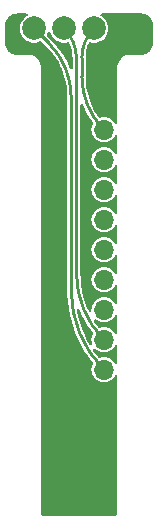
<source format=gbr>
%TF.GenerationSoftware,KiCad,Pcbnew,7.0.4*%
%TF.CreationDate,2023-06-28T13:03:42+02:00*%
%TF.ProjectId,pcb,7063622e-6b69-4636-9164-5f7063625858,rev?*%
%TF.SameCoordinates,Original*%
%TF.FileFunction,Copper,L2,Bot*%
%TF.FilePolarity,Positive*%
%FSLAX46Y46*%
G04 Gerber Fmt 4.6, Leading zero omitted, Abs format (unit mm)*
G04 Created by KiCad (PCBNEW 7.0.4) date 2023-06-28 13:03:42*
%MOMM*%
%LPD*%
G01*
G04 APERTURE LIST*
G04 Aperture macros list*
%AMRoundRect*
0 Rectangle with rounded corners*
0 $1 Rounding radius*
0 $2 $3 $4 $5 $6 $7 $8 $9 X,Y pos of 4 corners*
0 Add a 4 corners polygon primitive as box body*
4,1,4,$2,$3,$4,$5,$6,$7,$8,$9,$2,$3,0*
0 Add four circle primitives for the rounded corners*
1,1,$1+$1,$2,$3*
1,1,$1+$1,$4,$5*
1,1,$1+$1,$6,$7*
1,1,$1+$1,$8,$9*
0 Add four rect primitives between the rounded corners*
20,1,$1+$1,$2,$3,$4,$5,0*
20,1,$1+$1,$4,$5,$6,$7,0*
20,1,$1+$1,$6,$7,$8,$9,0*
20,1,$1+$1,$8,$9,$2,$3,0*%
G04 Aperture macros list end*
%TA.AperFunction,ComponentPad*%
%ADD10RoundRect,0.425000X0.425000X0.425000X-0.425000X0.425000X-0.425000X-0.425000X0.425000X-0.425000X0*%
%TD*%
%TA.AperFunction,ComponentPad*%
%ADD11O,1.700000X1.700000*%
%TD*%
%TA.AperFunction,ComponentPad*%
%ADD12RoundRect,0.500000X0.500000X-0.500000X0.500000X0.500000X-0.500000X0.500000X-0.500000X-0.500000X0*%
%TD*%
%TA.AperFunction,ComponentPad*%
%ADD13C,2.000000*%
%TD*%
%TA.AperFunction,ViaPad*%
%ADD14C,0.800000*%
%TD*%
%TA.AperFunction,Conductor*%
%ADD15C,0.250000*%
%TD*%
G04 APERTURE END LIST*
D10*
%TO.P,J3,1,Pin_1*%
%TO.N,GND*%
X138250000Y-89675000D03*
D11*
%TO.P,J3,2,Pin_2*%
%TO.N,/i2c_sda*%
X138250000Y-87135000D03*
%TO.P,J3,3,Pin_3*%
%TO.N,/i2c_scl*%
X138250000Y-84595000D03*
%TO.P,J3,4,Pin_4*%
%TO.N,/spi_cs*%
X138250000Y-82055000D03*
%TO.P,J3,5,Pin_5*%
%TO.N,/spi_dc*%
X138250000Y-79515000D03*
%TO.P,J3,6,Pin_6*%
%TO.N,/spi_sdo*%
X138250000Y-76975000D03*
%TO.P,J3,7,Pin_7*%
%TO.N,/spi_sdi*%
X138250000Y-74435000D03*
%TO.P,J3,8,Pin_8*%
%TO.N,/spi_rst*%
X138250000Y-71895000D03*
%TO.P,J3,9,Pin_9*%
%TO.N,/misc*%
X138250000Y-69355000D03*
%TO.P,J3,10,Pin_10*%
%TO.N,VCC*%
X138250000Y-66815000D03*
%TD*%
D12*
%TO.P,J2,1,Pin_1*%
%TO.N,GND*%
X139954000Y-58250000D03*
D13*
%TO.P,J2,2,Pin_2*%
%TO.N,VCC*%
X137414000Y-58250000D03*
%TO.P,J2,3,Pin_3*%
%TO.N,/i2c_scl*%
X134874000Y-58250000D03*
%TO.P,J2,4,Pin_4*%
%TO.N,/i2c_sda*%
X132334000Y-58250000D03*
%TD*%
D14*
%TO.N,GND*%
X138250000Y-63000000D03*
X134000000Y-63000000D03*
%TD*%
D15*
%TO.N,VCC*%
X136375000Y-62288330D02*
X136375000Y-60758332D01*
X137413980Y-58249980D02*
G75*
G03*
X136375000Y-60758332I2508320J-2508320D01*
G01*
X136374980Y-62288330D02*
G75*
G03*
X138250000Y-66815000I6401720J30D01*
G01*
%TO.N,/i2c_scl*%
X135925000Y-78981955D02*
X135925000Y-60787252D01*
X135925042Y-60787252D02*
G75*
G03*
X134874000Y-58250000I-3588142J-48D01*
G01*
X135925020Y-78981955D02*
G75*
G03*
X138250001Y-84594999I7937980J-45D01*
G01*
%TO.N,/i2c_sda*%
X132334000Y-58250000D02*
X133600782Y-59516814D01*
X135475000Y-80435570D02*
X135475000Y-64041659D01*
X135475023Y-64041659D02*
G75*
G03*
X133600782Y-59516814I-6399223J-41D01*
G01*
X135475018Y-80435570D02*
G75*
G03*
X138250000Y-87135000I9474382J-30D01*
G01*
%TD*%
%TA.AperFunction,Conductor*%
%TO.N,GND*%
G36*
X131735092Y-57000185D02*
G01*
X131780847Y-57052989D01*
X131790791Y-57122147D01*
X131761766Y-57185703D01*
X131733330Y-57209927D01*
X131607439Y-57287874D01*
X131607437Y-57287876D01*
X131443020Y-57437761D01*
X131308943Y-57615308D01*
X131308938Y-57615316D01*
X131209775Y-57814461D01*
X131209769Y-57814476D01*
X131148885Y-58028462D01*
X131148884Y-58028464D01*
X131128357Y-58249999D01*
X131128357Y-58250000D01*
X131148884Y-58471535D01*
X131148885Y-58471537D01*
X131209769Y-58685523D01*
X131209775Y-58685538D01*
X131308938Y-58884683D01*
X131308943Y-58884691D01*
X131443020Y-59062238D01*
X131607437Y-59212123D01*
X131607439Y-59212125D01*
X131796595Y-59329245D01*
X131796596Y-59329245D01*
X131796599Y-59329247D01*
X132004060Y-59409618D01*
X132222757Y-59450500D01*
X132222759Y-59450500D01*
X132445241Y-59450500D01*
X132445243Y-59450500D01*
X132663940Y-59409618D01*
X132854801Y-59335677D01*
X132924422Y-59329815D01*
X132986162Y-59362525D01*
X132987275Y-59363624D01*
X133353449Y-59729807D01*
X133353451Y-59729810D01*
X133369836Y-59746196D01*
X133371372Y-59747787D01*
X133664546Y-60062684D01*
X133667443Y-60066028D01*
X133936710Y-60400174D01*
X133939348Y-60403698D01*
X133981519Y-60464436D01*
X134184098Y-60756210D01*
X134186490Y-60759931D01*
X134405470Y-61129008D01*
X134407579Y-61132870D01*
X134550424Y-61418240D01*
X134599667Y-61516616D01*
X134601506Y-61520643D01*
X134765730Y-61917119D01*
X134767277Y-61921267D01*
X134902793Y-62328428D01*
X134904040Y-62332675D01*
X135010171Y-62748487D01*
X135011109Y-62752800D01*
X135087306Y-63175129D01*
X135087936Y-63179511D01*
X135133808Y-63606167D01*
X135134124Y-63610583D01*
X135149460Y-64039911D01*
X135149500Y-64042124D01*
X135149500Y-80466422D01*
X135149517Y-80466830D01*
X135149517Y-80731699D01*
X135185274Y-81322859D01*
X135256661Y-81910792D01*
X135363412Y-82493324D01*
X135363413Y-82493327D01*
X135505145Y-83068361D01*
X135505150Y-83068377D01*
X135681336Y-83633782D01*
X135681339Y-83633791D01*
X135713016Y-83717317D01*
X135891346Y-84187539D01*
X136116996Y-84688916D01*
X136134415Y-84727618D01*
X136371385Y-85179129D01*
X136409649Y-85252034D01*
X136687524Y-85711695D01*
X136716035Y-85758858D01*
X137052468Y-86246266D01*
X137052472Y-86246271D01*
X137288790Y-86547909D01*
X137314639Y-86612821D01*
X137301290Y-86681404D01*
X137300537Y-86682836D01*
X137274769Y-86731042D01*
X137214699Y-86929067D01*
X137194417Y-87135000D01*
X137214699Y-87340932D01*
X137214700Y-87340934D01*
X137274768Y-87538954D01*
X137372315Y-87721450D01*
X137372317Y-87721452D01*
X137503589Y-87881410D01*
X137600209Y-87960702D01*
X137663550Y-88012685D01*
X137846046Y-88110232D01*
X138044066Y-88170300D01*
X138044065Y-88170300D01*
X138062529Y-88172118D01*
X138250000Y-88190583D01*
X138455934Y-88170300D01*
X138653954Y-88110232D01*
X138836450Y-88012685D01*
X138996410Y-87881410D01*
X139127685Y-87721450D01*
X139160162Y-87660689D01*
X139209123Y-87610847D01*
X139277261Y-87595387D01*
X139342941Y-87619219D01*
X139385310Y-87674777D01*
X139393519Y-87719145D01*
X139393500Y-93519900D01*
X139393500Y-99210242D01*
X139391973Y-99229641D01*
X139381913Y-99293154D01*
X139369925Y-99330049D01*
X139345217Y-99378542D01*
X139322413Y-99409929D01*
X139283929Y-99448413D01*
X139252542Y-99471217D01*
X139204049Y-99495925D01*
X139167154Y-99507913D01*
X139129734Y-99513840D01*
X139103639Y-99517973D01*
X139084243Y-99519500D01*
X133203757Y-99519500D01*
X133184360Y-99517973D01*
X133143549Y-99511509D01*
X133120845Y-99507913D01*
X133083950Y-99495925D01*
X133035457Y-99471217D01*
X133004070Y-99448413D01*
X132965586Y-99409929D01*
X132942782Y-99378542D01*
X132918073Y-99330046D01*
X132906086Y-99293152D01*
X132896027Y-99229639D01*
X132894500Y-99210242D01*
X132894500Y-93519901D01*
X132894500Y-93519900D01*
X132894606Y-61505669D01*
X132894604Y-61505666D01*
X132894605Y-61493910D01*
X132894532Y-61493166D01*
X132894537Y-61418238D01*
X132864149Y-61245836D01*
X132838155Y-61174405D01*
X132804286Y-61081335D01*
X132804283Y-61081330D01*
X132774478Y-61029701D01*
X132716761Y-60929720D01*
X132604240Y-60795612D01*
X132470141Y-60683081D01*
X132318537Y-60595548D01*
X132154034Y-60535669D01*
X132042436Y-60515990D01*
X131981636Y-60505269D01*
X131981633Y-60505268D01*
X131894205Y-60505268D01*
X130896812Y-60505268D01*
X130891410Y-60505032D01*
X130846678Y-60501118D01*
X130731354Y-60491029D01*
X130710067Y-60487276D01*
X130562738Y-60447799D01*
X130542427Y-60440406D01*
X130404190Y-60375945D01*
X130385477Y-60365141D01*
X130260533Y-60277652D01*
X130243975Y-60263759D01*
X130136113Y-60155894D01*
X130122234Y-60139352D01*
X130034744Y-60014398D01*
X130023942Y-59995687D01*
X129959484Y-59857448D01*
X129952091Y-59837137D01*
X129912616Y-59689797D01*
X129908866Y-59668529D01*
X129894841Y-59508168D01*
X129894606Y-59502766D01*
X129894606Y-57982707D01*
X129894842Y-57977301D01*
X129902264Y-57892468D01*
X129908845Y-57817242D01*
X129912596Y-57795968D01*
X129952076Y-57648625D01*
X129959468Y-57628319D01*
X130023929Y-57490082D01*
X130034735Y-57471366D01*
X130122229Y-57346412D01*
X130136113Y-57329867D01*
X130243973Y-57222007D01*
X130260519Y-57208123D01*
X130385478Y-57120627D01*
X130404181Y-57109829D01*
X130542429Y-57045363D01*
X130562725Y-57037976D01*
X130710075Y-56998495D01*
X130731345Y-56994745D01*
X130839438Y-56985288D01*
X130891480Y-56980736D01*
X130896886Y-56980500D01*
X131668053Y-56980500D01*
X131735092Y-57000185D01*
G37*
%TD.AperFunction*%
%TA.AperFunction,Conductor*%
G36*
X141396801Y-56980735D02*
G01*
X141556858Y-56994740D01*
X141578142Y-56998493D01*
X141584457Y-57000185D01*
X141725479Y-57037972D01*
X141745777Y-57045360D01*
X141884021Y-57109825D01*
X141902738Y-57120632D01*
X142027681Y-57208118D01*
X142044240Y-57222012D01*
X142152094Y-57329867D01*
X142165987Y-57346425D01*
X142206263Y-57403946D01*
X142253470Y-57471364D01*
X142264277Y-57490083D01*
X142328737Y-57628320D01*
X142336130Y-57648630D01*
X142375607Y-57795960D01*
X142379360Y-57817246D01*
X142385941Y-57892465D01*
X142392438Y-57966721D01*
X142393370Y-57977366D01*
X142393606Y-57982773D01*
X142393606Y-59503065D01*
X142393370Y-59508462D01*
X142391640Y-59528249D01*
X142379371Y-59668523D01*
X142375619Y-59689810D01*
X142336143Y-59837151D01*
X142328751Y-59857461D01*
X142264294Y-59995700D01*
X142253486Y-60014421D01*
X142166001Y-60139367D01*
X142152109Y-60155924D01*
X142044258Y-60263781D01*
X142027698Y-60277676D01*
X141902752Y-60365166D01*
X141884034Y-60375973D01*
X141745789Y-60440440D01*
X141725478Y-60447833D01*
X141578152Y-60487311D01*
X141556865Y-60491065D01*
X141447082Y-60500670D01*
X141397232Y-60505032D01*
X141391830Y-60505268D01*
X140382430Y-60505268D01*
X140382041Y-60505305D01*
X140306573Y-60505305D01*
X140134171Y-60535703D01*
X140134170Y-60535703D01*
X139969674Y-60595572D01*
X139969665Y-60595577D01*
X139818059Y-60683103D01*
X139683957Y-60795626D01*
X139683952Y-60795630D01*
X139571425Y-60929728D01*
X139483891Y-61081335D01*
X139424013Y-61245833D01*
X139393607Y-61418240D01*
X139393606Y-61505670D01*
X139393590Y-66230987D01*
X139373905Y-66298027D01*
X139321101Y-66343782D01*
X139251943Y-66353725D01*
X139188387Y-66324700D01*
X139160232Y-66289441D01*
X139149456Y-66269281D01*
X139127685Y-66228550D01*
X139075702Y-66165209D01*
X138996410Y-66068589D01*
X138836452Y-65937317D01*
X138836453Y-65937317D01*
X138836450Y-65937315D01*
X138653954Y-65839768D01*
X138455934Y-65779700D01*
X138455932Y-65779699D01*
X138455934Y-65779699D01*
X138250000Y-65759417D01*
X138044066Y-65779699D01*
X138044064Y-65779700D01*
X137935711Y-65812567D01*
X137865844Y-65813190D01*
X137806732Y-65775940D01*
X137797862Y-65764626D01*
X137666319Y-65575169D01*
X137663937Y-65571460D01*
X137444863Y-65202233D01*
X137442741Y-65198347D01*
X137250571Y-64814442D01*
X137248732Y-64810415D01*
X137084438Y-64413776D01*
X137082891Y-64409628D01*
X136947316Y-64002293D01*
X136946072Y-63998058D01*
X136839890Y-63582049D01*
X136838952Y-63577737D01*
X136762719Y-63155218D01*
X136762094Y-63150871D01*
X136716199Y-62723993D01*
X136715884Y-62719591D01*
X136700540Y-62289992D01*
X136700500Y-62287779D01*
X136700500Y-60759857D01*
X136700575Y-60756815D01*
X136715862Y-60445575D01*
X136716456Y-60439529D01*
X136761955Y-60132793D01*
X136763139Y-60126834D01*
X136838490Y-59826008D01*
X136840244Y-59820225D01*
X136934467Y-59556889D01*
X136944714Y-59528249D01*
X136947036Y-59522639D01*
X136966395Y-59481708D01*
X137012851Y-59429521D01*
X137080148Y-59410735D01*
X137101261Y-59412833D01*
X137302757Y-59450500D01*
X137302760Y-59450500D01*
X137525241Y-59450500D01*
X137525243Y-59450500D01*
X137743940Y-59409618D01*
X137951401Y-59329247D01*
X138140562Y-59212124D01*
X138304981Y-59062236D01*
X138439058Y-58884689D01*
X138538229Y-58685528D01*
X138599115Y-58471536D01*
X138619643Y-58250000D01*
X138599115Y-58028464D01*
X138538229Y-57814472D01*
X138534229Y-57806439D01*
X138439061Y-57615316D01*
X138439056Y-57615308D01*
X138304979Y-57437761D01*
X138140562Y-57287876D01*
X138140560Y-57287874D01*
X138014670Y-57209927D01*
X137968034Y-57157899D01*
X137956930Y-57088918D01*
X137984883Y-57024883D01*
X138043018Y-56986127D01*
X138079947Y-56980500D01*
X141391398Y-56980500D01*
X141396801Y-56980735D01*
G37*
%TD.AperFunction*%
%TD*%
%TA.AperFunction,NonConductor*%
G36*
X133654562Y-58513083D02*
G01*
X133707749Y-58558393D01*
X133723266Y-58592372D01*
X133749769Y-58685523D01*
X133749775Y-58685538D01*
X133848938Y-58884683D01*
X133848943Y-58884691D01*
X133983020Y-59062238D01*
X134147437Y-59212123D01*
X134147439Y-59212125D01*
X134336595Y-59329245D01*
X134336596Y-59329245D01*
X134336599Y-59329247D01*
X134544060Y-59409618D01*
X134762757Y-59450500D01*
X134762759Y-59450500D01*
X134985241Y-59450500D01*
X134985243Y-59450500D01*
X135189126Y-59412387D01*
X135258639Y-59419418D01*
X135313317Y-59462915D01*
X135324002Y-59481255D01*
X135349857Y-59535917D01*
X135352180Y-59541527D01*
X135370708Y-59593303D01*
X135458004Y-59837261D01*
X135459771Y-59843087D01*
X135536096Y-60147762D01*
X135537284Y-60153733D01*
X135583378Y-60464436D01*
X135583975Y-60470495D01*
X135599425Y-60784889D01*
X135599500Y-60787933D01*
X135599500Y-61602176D01*
X135579815Y-61669215D01*
X135527011Y-61714970D01*
X135457853Y-61724914D01*
X135394297Y-61695889D01*
X135359318Y-61645509D01*
X135292601Y-61466632D01*
X135093063Y-61029701D01*
X135093058Y-61029691D01*
X134862872Y-60608131D01*
X134862861Y-60608114D01*
X134836168Y-60566579D01*
X134603175Y-60204030D01*
X134315322Y-59819498D01*
X134000771Y-59456480D01*
X133830948Y-59286653D01*
X133830947Y-59286652D01*
X133830947Y-59286651D01*
X133794494Y-59250199D01*
X133603955Y-59059655D01*
X133445390Y-58901086D01*
X133411906Y-58839764D01*
X133416892Y-58770072D01*
X133422066Y-58758150D01*
X133458229Y-58685528D01*
X133484734Y-58592371D01*
X133522013Y-58533278D01*
X133585323Y-58503721D01*
X133654562Y-58513083D01*
G37*
%TD.AperFunction*%
%TA.AperFunction,NonConductor*%
G36*
X136455703Y-64634550D02*
G01*
X136490680Y-64684926D01*
X136557603Y-64864352D01*
X136557606Y-64864360D01*
X136757218Y-65301447D01*
X136987510Y-65723193D01*
X136987518Y-65723206D01*
X137247289Y-66127418D01*
X137247305Y-66127442D01*
X137304479Y-66203817D01*
X137328896Y-66269281D01*
X137314570Y-66336580D01*
X137274771Y-66411038D01*
X137274770Y-66411041D01*
X137214699Y-66609067D01*
X137194417Y-66815000D01*
X137214699Y-67020932D01*
X137214700Y-67020934D01*
X137274768Y-67218954D01*
X137372315Y-67401450D01*
X137372316Y-67401451D01*
X137372317Y-67401452D01*
X137503589Y-67561410D01*
X137600209Y-67640702D01*
X137663550Y-67692685D01*
X137846046Y-67790232D01*
X138044066Y-67850300D01*
X138044065Y-67850300D01*
X138064348Y-67852297D01*
X138250000Y-67870583D01*
X138455934Y-67850300D01*
X138653954Y-67790232D01*
X138836450Y-67692685D01*
X138996410Y-67561410D01*
X139127685Y-67401450D01*
X139160229Y-67340564D01*
X139209190Y-67290722D01*
X139277328Y-67275261D01*
X139343007Y-67299093D01*
X139385376Y-67354650D01*
X139393586Y-67399019D01*
X139393581Y-68770972D01*
X139373896Y-68838012D01*
X139321092Y-68883767D01*
X139251934Y-68893710D01*
X139188378Y-68864685D01*
X139160224Y-68829427D01*
X139127685Y-68768550D01*
X139127684Y-68768548D01*
X138996410Y-68608589D01*
X138836452Y-68477317D01*
X138836453Y-68477317D01*
X138836450Y-68477315D01*
X138653954Y-68379768D01*
X138455934Y-68319700D01*
X138455932Y-68319699D01*
X138455934Y-68319699D01*
X138268463Y-68301235D01*
X138250000Y-68299417D01*
X138249999Y-68299417D01*
X138044067Y-68319699D01*
X137846043Y-68379769D01*
X137735898Y-68438643D01*
X137663550Y-68477315D01*
X137663548Y-68477316D01*
X137663547Y-68477317D01*
X137503589Y-68608589D01*
X137372317Y-68768547D01*
X137372316Y-68768548D01*
X137372315Y-68768550D01*
X137339776Y-68829425D01*
X137274769Y-68951043D01*
X137214699Y-69149067D01*
X137194417Y-69354999D01*
X137214699Y-69560932D01*
X137214700Y-69560934D01*
X137274768Y-69758954D01*
X137372315Y-69941450D01*
X137372317Y-69941452D01*
X137503589Y-70101410D01*
X137600209Y-70180702D01*
X137663550Y-70232685D01*
X137846046Y-70330232D01*
X138044066Y-70390300D01*
X138044065Y-70390300D01*
X138062529Y-70392118D01*
X138250000Y-70410583D01*
X138455934Y-70390300D01*
X138653954Y-70330232D01*
X138836450Y-70232685D01*
X138996410Y-70101410D01*
X139127685Y-69941450D01*
X139160220Y-69880580D01*
X139209183Y-69830737D01*
X139277320Y-69815277D01*
X139343000Y-69839109D01*
X139385369Y-69894667D01*
X139393578Y-69939035D01*
X139393573Y-71310956D01*
X139373888Y-71377996D01*
X139321084Y-71423751D01*
X139251926Y-71433694D01*
X139188370Y-71404669D01*
X139160216Y-71369412D01*
X139127685Y-71308550D01*
X139075702Y-71245209D01*
X138996410Y-71148589D01*
X138836452Y-71017317D01*
X138836453Y-71017317D01*
X138836450Y-71017315D01*
X138653954Y-70919768D01*
X138455934Y-70859700D01*
X138455932Y-70859699D01*
X138455934Y-70859699D01*
X138250000Y-70839417D01*
X138044067Y-70859699D01*
X137846043Y-70919769D01*
X137735898Y-70978643D01*
X137663550Y-71017315D01*
X137663548Y-71017316D01*
X137663547Y-71017317D01*
X137503589Y-71148589D01*
X137372317Y-71308547D01*
X137274769Y-71491043D01*
X137214699Y-71689067D01*
X137194417Y-71894999D01*
X137214699Y-72100932D01*
X137214700Y-72100934D01*
X137274768Y-72298954D01*
X137372315Y-72481450D01*
X137406969Y-72523677D01*
X137503589Y-72641410D01*
X137600209Y-72720702D01*
X137663550Y-72772685D01*
X137846046Y-72870232D01*
X138044066Y-72930300D01*
X138044065Y-72930300D01*
X138064347Y-72932297D01*
X138250000Y-72950583D01*
X138455934Y-72930300D01*
X138653954Y-72870232D01*
X138836450Y-72772685D01*
X138996410Y-72641410D01*
X139127685Y-72481450D01*
X139160214Y-72420592D01*
X139209173Y-72370753D01*
X139277310Y-72355292D01*
X139342990Y-72379123D01*
X139385359Y-72434681D01*
X139393569Y-72479050D01*
X139393565Y-73850940D01*
X139373880Y-73917980D01*
X139321076Y-73963735D01*
X139251918Y-73973678D01*
X139188362Y-73944653D01*
X139160207Y-73909394D01*
X139127685Y-73848550D01*
X139075702Y-73785209D01*
X138996410Y-73688589D01*
X138836452Y-73557317D01*
X138836453Y-73557317D01*
X138836450Y-73557315D01*
X138653954Y-73459768D01*
X138455934Y-73399700D01*
X138455932Y-73399699D01*
X138455934Y-73399699D01*
X138268463Y-73381235D01*
X138250000Y-73379417D01*
X138249999Y-73379417D01*
X138044067Y-73399699D01*
X137846043Y-73459769D01*
X137735898Y-73518643D01*
X137663550Y-73557315D01*
X137663548Y-73557316D01*
X137663547Y-73557317D01*
X137503589Y-73688589D01*
X137372317Y-73848547D01*
X137274769Y-74031043D01*
X137214699Y-74229067D01*
X137194417Y-74435000D01*
X137214699Y-74640932D01*
X137214700Y-74640934D01*
X137274768Y-74838954D01*
X137372315Y-75021450D01*
X137372316Y-75021451D01*
X137372317Y-75021452D01*
X137503589Y-75181410D01*
X137600209Y-75260702D01*
X137663550Y-75312685D01*
X137846046Y-75410232D01*
X138044066Y-75470300D01*
X138044065Y-75470300D01*
X138064347Y-75472297D01*
X138250000Y-75490583D01*
X138455934Y-75470300D01*
X138653954Y-75410232D01*
X138836450Y-75312685D01*
X138996410Y-75181410D01*
X139127685Y-75021450D01*
X139160203Y-74960612D01*
X139209165Y-74910769D01*
X139277303Y-74895308D01*
X139342983Y-74919140D01*
X139385351Y-74974697D01*
X139393561Y-75019066D01*
X139393556Y-76390925D01*
X139373871Y-76457965D01*
X139321067Y-76503720D01*
X139251909Y-76513663D01*
X139188353Y-76484638D01*
X139160199Y-76449380D01*
X139131439Y-76395574D01*
X139127684Y-76388548D01*
X138996410Y-76228589D01*
X138836452Y-76097317D01*
X138836453Y-76097317D01*
X138836450Y-76097315D01*
X138653954Y-75999768D01*
X138455934Y-75939700D01*
X138455932Y-75939699D01*
X138455934Y-75939699D01*
X138268463Y-75921235D01*
X138250000Y-75919417D01*
X138249999Y-75919417D01*
X138044067Y-75939699D01*
X137846043Y-75999769D01*
X137735898Y-76058643D01*
X137663550Y-76097315D01*
X137663548Y-76097316D01*
X137663547Y-76097317D01*
X137503589Y-76228589D01*
X137372317Y-76388547D01*
X137372316Y-76388548D01*
X137372315Y-76388550D01*
X137335212Y-76457965D01*
X137274769Y-76571043D01*
X137214699Y-76769067D01*
X137194417Y-76975000D01*
X137214699Y-77180932D01*
X137214700Y-77180934D01*
X137274768Y-77378954D01*
X137372315Y-77561450D01*
X137406969Y-77603677D01*
X137503589Y-77721410D01*
X137600209Y-77800702D01*
X137663550Y-77852685D01*
X137846046Y-77950232D01*
X138044066Y-78010300D01*
X138044065Y-78010300D01*
X138062529Y-78012118D01*
X138250000Y-78030583D01*
X138455934Y-78010300D01*
X138653954Y-77950232D01*
X138836450Y-77852685D01*
X138996410Y-77721410D01*
X139127685Y-77561450D01*
X139160196Y-77500625D01*
X139209156Y-77450785D01*
X139277293Y-77435324D01*
X139342973Y-77459155D01*
X139385342Y-77514713D01*
X139393552Y-77559082D01*
X139393548Y-78930909D01*
X139373863Y-78997949D01*
X139321059Y-79043704D01*
X139251901Y-79053647D01*
X139188345Y-79024622D01*
X139160191Y-78989364D01*
X139127685Y-78928550D01*
X139075702Y-78865209D01*
X138996410Y-78768589D01*
X138836452Y-78637317D01*
X138836453Y-78637317D01*
X138836450Y-78637315D01*
X138653954Y-78539768D01*
X138455934Y-78479700D01*
X138455932Y-78479699D01*
X138455934Y-78479699D01*
X138250000Y-78459417D01*
X138044067Y-78479699D01*
X137846043Y-78539769D01*
X137735898Y-78598643D01*
X137663550Y-78637315D01*
X137663548Y-78637316D01*
X137663547Y-78637317D01*
X137503589Y-78768589D01*
X137372317Y-78928547D01*
X137372315Y-78928550D01*
X137335220Y-78997949D01*
X137274769Y-79111043D01*
X137214699Y-79309067D01*
X137194417Y-79514999D01*
X137214699Y-79720932D01*
X137214700Y-79720934D01*
X137274768Y-79918954D01*
X137372315Y-80101450D01*
X137406969Y-80143677D01*
X137503589Y-80261410D01*
X137600209Y-80340702D01*
X137663550Y-80392685D01*
X137846046Y-80490232D01*
X138044066Y-80550300D01*
X138044065Y-80550300D01*
X138064348Y-80552297D01*
X138250000Y-80570583D01*
X138455934Y-80550300D01*
X138653954Y-80490232D01*
X138836450Y-80392685D01*
X138996410Y-80261410D01*
X139127685Y-80101450D01*
X139160188Y-80040640D01*
X139209148Y-79990800D01*
X139277285Y-79975339D01*
X139342965Y-79999170D01*
X139385334Y-80054728D01*
X139393544Y-80099097D01*
X139393539Y-81470893D01*
X139373854Y-81537933D01*
X139321050Y-81583688D01*
X139251892Y-81593631D01*
X139188336Y-81564606D01*
X139160181Y-81529346D01*
X139127684Y-81468548D01*
X138996410Y-81308589D01*
X138836452Y-81177317D01*
X138836453Y-81177317D01*
X138836450Y-81177315D01*
X138653954Y-81079768D01*
X138455934Y-81019700D01*
X138455932Y-81019699D01*
X138455934Y-81019699D01*
X138268463Y-81001235D01*
X138250000Y-80999417D01*
X138249999Y-80999417D01*
X138044067Y-81019699D01*
X137846043Y-81079769D01*
X137735898Y-81138643D01*
X137663550Y-81177315D01*
X137663548Y-81177316D01*
X137663547Y-81177317D01*
X137503589Y-81308589D01*
X137372317Y-81468547D01*
X137274769Y-81651043D01*
X137214699Y-81849067D01*
X137208621Y-81910783D01*
X137194417Y-82055000D01*
X137196399Y-82075126D01*
X137201908Y-82131056D01*
X137188889Y-82199702D01*
X137140824Y-82250412D01*
X137072973Y-82267087D01*
X137006879Y-82244431D01*
X136965558Y-82194386D01*
X136830801Y-81896968D01*
X136829274Y-81893284D01*
X136655221Y-81430832D01*
X136653918Y-81426994D01*
X136510486Y-80954153D01*
X136509440Y-80950247D01*
X136397242Y-80469049D01*
X136396454Y-80465083D01*
X136315972Y-79977595D01*
X136315442Y-79973572D01*
X136310063Y-79918954D01*
X136267014Y-79481854D01*
X136266750Y-79477816D01*
X136250533Y-78982363D01*
X136250500Y-78980334D01*
X136250500Y-64728263D01*
X136270185Y-64661224D01*
X136322989Y-64615469D01*
X136392147Y-64605525D01*
X136455703Y-64634550D01*
G37*
%TD.AperFunction*%
%TA.AperFunction,NonConductor*%
G36*
X139342958Y-82539187D02*
G01*
X139385326Y-82594744D01*
X139393536Y-82639113D01*
X139393531Y-84010877D01*
X139373846Y-84077917D01*
X139321042Y-84123672D01*
X139251884Y-84133615D01*
X139188328Y-84104590D01*
X139160173Y-84069331D01*
X139127685Y-84008550D01*
X139075702Y-83945209D01*
X138996410Y-83848589D01*
X138836452Y-83717317D01*
X138836453Y-83717317D01*
X138836450Y-83717315D01*
X138653954Y-83619768D01*
X138455934Y-83559700D01*
X138455932Y-83559699D01*
X138455934Y-83559699D01*
X138250000Y-83539417D01*
X138044066Y-83559699D01*
X137914758Y-83598924D01*
X137844892Y-83599547D01*
X137785779Y-83562298D01*
X137777971Y-83552490D01*
X137534629Y-83212906D01*
X137532374Y-83209531D01*
X137440701Y-83062108D01*
X137422016Y-82994784D01*
X137442695Y-82928044D01*
X137496174Y-82883080D01*
X137565473Y-82874166D01*
X137624667Y-82900775D01*
X137663550Y-82932685D01*
X137846046Y-83030232D01*
X138044066Y-83090300D01*
X138044065Y-83090300D01*
X138062529Y-83092118D01*
X138250000Y-83110583D01*
X138455934Y-83090300D01*
X138653954Y-83030232D01*
X138836450Y-82932685D01*
X138996410Y-82801410D01*
X139127685Y-82641450D01*
X139160178Y-82580659D01*
X139209140Y-82530815D01*
X139277278Y-82515355D01*
X139342958Y-82539187D01*
G37*
%TD.AperFunction*%
%TA.AperFunction,NonConductor*%
G36*
X136145053Y-82013911D02*
G01*
X136194322Y-82063452D01*
X136199888Y-82075126D01*
X136332055Y-82394207D01*
X136571348Y-82879448D01*
X136841865Y-83348000D01*
X137142449Y-83797856D01*
X137295643Y-83997504D01*
X137320837Y-84062673D01*
X137306798Y-84131118D01*
X137306626Y-84131442D01*
X137274770Y-84191041D01*
X137214699Y-84389067D01*
X137194417Y-84595000D01*
X137214699Y-84800933D01*
X137238925Y-84880796D01*
X137239548Y-84950663D01*
X137202299Y-85009775D01*
X137139005Y-85039366D01*
X137069760Y-85030039D01*
X137016550Y-84984757D01*
X137012258Y-84977706D01*
X136912558Y-84800934D01*
X136849377Y-84688911D01*
X136847647Y-84685615D01*
X136607344Y-84192079D01*
X136605813Y-84188675D01*
X136605342Y-84187539D01*
X136395752Y-83681541D01*
X136394428Y-83678049D01*
X136379153Y-83633782D01*
X136215374Y-83159166D01*
X136214270Y-83155626D01*
X136066862Y-82626841D01*
X136065967Y-82623208D01*
X136056834Y-82580660D01*
X135964089Y-82148602D01*
X135969265Y-82078926D01*
X136011290Y-82023108D01*
X136076821Y-81998871D01*
X136145053Y-82013911D01*
G37*
%TD.AperFunction*%
%TA.AperFunction,NonConductor*%
G36*
X139342948Y-85079202D02*
G01*
X139385317Y-85134760D01*
X139393527Y-85179129D01*
X139393523Y-86550862D01*
X139373838Y-86617902D01*
X139321034Y-86663657D01*
X139251876Y-86673600D01*
X139188320Y-86644575D01*
X139160165Y-86609316D01*
X139127685Y-86548550D01*
X139075702Y-86485209D01*
X138996410Y-86388589D01*
X138836452Y-86257317D01*
X138836453Y-86257317D01*
X138836450Y-86257315D01*
X138653954Y-86159768D01*
X138455934Y-86099700D01*
X138455932Y-86099699D01*
X138455934Y-86099699D01*
X138250000Y-86079417D01*
X138044066Y-86099699D01*
X137900533Y-86143239D01*
X137830667Y-86143862D01*
X137771554Y-86106613D01*
X137769284Y-86103966D01*
X137766480Y-86100602D01*
X137748726Y-86079298D01*
X137746454Y-86076398D01*
X137510879Y-85756242D01*
X137421127Y-85634264D01*
X137418999Y-85631181D01*
X137355641Y-85533186D01*
X137335772Y-85466201D01*
X137355273Y-85399108D01*
X137407951Y-85353208D01*
X137477082Y-85343075D01*
X137538436Y-85370007D01*
X137663550Y-85472685D01*
X137846046Y-85570232D01*
X138044066Y-85630300D01*
X138044065Y-85630300D01*
X138064347Y-85632297D01*
X138250000Y-85650583D01*
X138455934Y-85630300D01*
X138653954Y-85570232D01*
X138836450Y-85472685D01*
X138996410Y-85341410D01*
X139127685Y-85181450D01*
X139160170Y-85120674D01*
X139209131Y-85070832D01*
X139277268Y-85055371D01*
X139342948Y-85079202D01*
G37*
%TD.AperFunction*%
M02*

</source>
